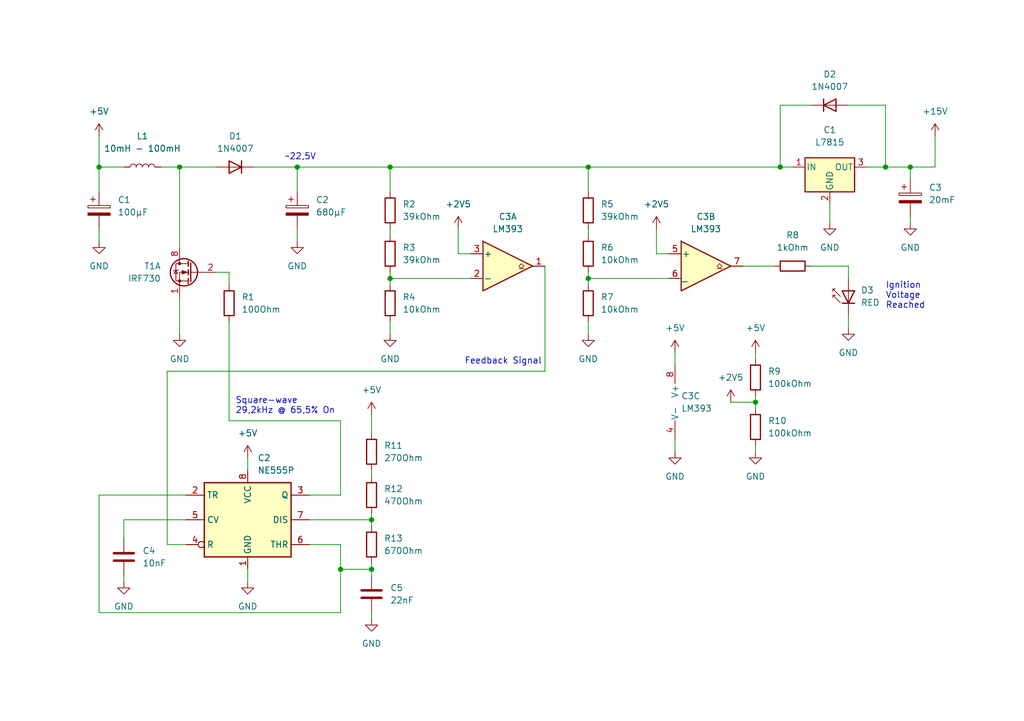
<source format=kicad_sch>
(kicad_sch (version 20211123) (generator eeschema)
  (paper "A5")
  (title_block (title "Ignition Voltage Generator") (date "2023-06-23") (rev "1") (comment 1 "Start-up-time: 11s") (comment 2 "Max. continues current: 22mA") (comment 3 "Idle current draw: 62mA") (comment 4 "5V-to-15V Step-up converter"))
  (lib_symbols
    (symbol "Comparator:LM393" (pin_names (offset 0.127))
      (property "Reference" "U" (at 3.81 3.81 0))
      (property "Value" "LM393" (at 6.35 -3.81 0))
      (symbol "LM393_1_1"
        (polyline (pts (xy -5.08 5.08) (xy 5.08 0) (xy -5.08 -5.08) (xy -5.08 5.08)) (stroke (width 0.254)) (fill (type background)))
        (polyline (pts (xy 3.302 -0.508) (xy 2.794 -0.508) (xy 3.302 0) (xy 2.794 0.508) (xy 2.286 0) (xy 2.794 -0.508) (xy 2.286 -0.508)) (stroke (width 0.127)))
        (pin open_collector line (at 7.62 0 180) (length 2.54) (name "~") (number "1"))
        (pin input line (at -7.62 -2.54 0) (length 2.54) (name "-") (number "2"))
        (pin input line (at -7.62 2.54 0) (length 2.54) (name "+") (number "3"))
      )
      (symbol "LM393_2_1"
        (polyline (pts (xy -5.08 5.08) (xy 5.08 0) (xy -5.08 -5.08) (xy -5.08 5.08)) (stroke (width 0.254)) (fill (type background)))
        (polyline (pts (xy 3.302 -0.508) (xy 2.794 -0.508) (xy 3.302 0) (xy 2.794 0.508) (xy 2.286 0) (xy 2.794 -0.508) (xy 2.286 -0.508)) (stroke (width 0.127)))
        (pin input line (at -7.62 2.54 0) (length 2.54) (name "+") (number "5"))
        (pin input line (at -7.62 -2.54 0) (length 2.54) (name "_") (number "6"))
        (pin open_collector line (at 7.62 0 180) (length 2.54) (name "~") (number "7"))
      )
      (symbol "LM393_3_1"
        (pin power_in line (at -2.54 -7.62 90) (length 3.81) (name "V-") (number "4"))
        (pin power_in line (at -2.54 7.62 270) (length 3.81) (name "V+") (number "8"))
      )
    )
    (symbol "Device:C" (pin_numbers hide) (pin_names (offset 0.254))
      (property "Reference" "C" (at 0.635 2.54 0))
      (property "Value" "C" (at 0.635 -2.54 0))
      (symbol "C_0_1"
        (polyline (pts (xy -2.032 -0.762) (xy 2.032 -0.762)) (stroke (width 0.508)))
        (polyline (pts (xy -2.032 0.762) (xy 2.032 0.762)) (stroke (width 0.508)))
      )
      (symbol "C_1_1"
        (pin passive line (at 0 3.81 270) (length 2.794) (name "~") (number "1"))
        (pin passive line (at 0 -3.81 90) (length 2.794) (name "~") (number "2"))
      )
    )
    (symbol "Device:C_Polarized" (pin_numbers hide) (pin_names (offset 0.254))
      (property "Reference" "C" (at 0.635 2.54 0))
      (property "Value" "C_Polarized" (at 0.635 -2.54 0))
      (symbol "C_Polarized_0_1"
        (rectangle (start -2.286 0.508) (end 2.286 1.016))
        (polyline (pts (xy -1.778 2.286) (xy -0.762 2.286)))
        (polyline (pts (xy -1.27 2.794) (xy -1.27 1.778)))
        (rectangle (start 2.286 -0.508) (end -2.286 -1.016) (fill (type outline)))
      )
      (symbol "C_Polarized_1_1"
        (pin passive line (at 0 3.81 270) (length 2.794) (name "~") (number "1"))
        (pin passive line (at 0 -3.81 90) (length 2.794) (name "~") (number "2"))
      )
    )
    (symbol "Device:L" (pin_numbers hide) (pin_names (offset 1.016) hide)
      (property "Reference" "L" (at -1.27 0 90))
      (property "Value" "L" (at 1.905 0 90))
      (symbol "L_0_1"
        (arc (start 0 -2.54) (mid 0.635 -1.905) (end 0 -1.27))
        (arc (start 0 -1.27) (mid 0.635 -0.635) (end 0 0))
        (arc (start 0 0) (mid 0.635 0.635) (end 0 1.27))
        (arc (start 0 1.27) (mid 0.635 1.905) (end 0 2.54))
      )
      (symbol "L_1_1"
        (pin passive line (at 0 3.81 270) (length 1.27) (name "1") (number "1"))
        (pin passive line (at 0 -3.81 90) (length 1.27) (name "2") (number "2"))
      )
    )
    (symbol "Device:R" (pin_numbers hide) (pin_names (offset 0))
      (property "Reference" "R" (at 2.032 0 90))
      (property "Value" "R" (at 0 0 90))
      (symbol "R_0_1"
        (rectangle (start -1.016 -2.54) (end 1.016 2.54) (stroke (width 0.254)))
      )
      (symbol "R_1_1"
        (pin passive line (at 0 3.81 270) (length 1.27) (name "~") (number "1"))
        (pin passive line (at 0 -3.81 90) (length 1.27) (name "~") (number "2"))
      )
    )
    (symbol "Diode:1N4007" (pin_numbers hide) (pin_names (offset 1.016) hide)
      (property "Reference" "D" (at 0 2.54 0))
      (property "Value" "1N4007" (at 0 -2.54 0))
      (symbol "1N4007_0_1"
        (polyline (pts (xy -1.27 1.27) (xy -1.27 -1.27)) (stroke (width 0.254)))
        (polyline (pts (xy 1.27 0) (xy -1.27 0)))
        (polyline (pts (xy 1.27 1.27) (xy 1.27 -1.27) (xy -1.27 0) (xy 1.27 1.27)) (stroke (width 0.254)))
      )
      (symbol "1N4007_1_1"
        (pin passive line (at -3.81 0 0) (length 2.54) (name "K") (number "1"))
        (pin passive line (at 3.81 0 180) (length 2.54) (name "A") (number "2"))
      )
    )
    (symbol "LED:CQY99" (pin_numbers hide) (pin_names (offset 1.016) hide)
      (property "Reference" "D" (at 0.508 1.778 0))
      (property "Value" "CQY99" (at -1.016 -2.794 0))
      (symbol "CQY99_0_1"
        (polyline (pts (xy -2.54 1.27) (xy -2.54 -1.27)) (stroke (width 0.254)))
        (polyline (pts (xy 0 0) (xy -2.54 0)))
        (polyline (pts (xy 0.381 3.175) (xy -0.127 3.175)))
        (polyline (pts (xy -1.143 1.651) (xy 0.381 3.175) (xy 0.381 2.667)))
        (polyline (pts (xy 0 -1.27) (xy -2.54 0) (xy 0 1.27) (xy 0 -1.27)) (stroke (width 0.254)))
        (polyline (pts (xy -2.413 1.651) (xy -0.889 3.175) (xy -0.889 2.667) (xy -0.889 3.175) (xy -1.397 3.175)))
      )
      (symbol "CQY99_1_1"
        (pin passive line (at -5.08 0 0) (length 2.54) (name "K") (number "1"))
        (pin passive line (at 2.54 0 180) (length 2.54) (name "A") (number "2"))
      )
    )
    (symbol "Regulator_Linear:L7815" (pin_names (offset 0.254))
      (property "Reference" "U" (at -3.81 3.175 0))
      (property "Value" "L7815" (at 0 3.175 0))
      (symbol "L7815_0_1"
        (rectangle (start -5.08 1.905) (end 5.08 -5.08) (stroke (width 0.254)) (fill (type background)))
      )
      (symbol "L7815_1_1"
        (pin power_in line (at -7.62 0 0) (length 2.54) (name "IN") (number "1"))
        (pin power_in line (at 0 -7.62 90) (length 2.54) (name "GND") (number "2"))
        (pin power_out line (at 7.62 0 180) (length 2.54) (name "OUT") (number "3"))
      )
    )
    (symbol "Timer:NE555P"
      (property "Reference" "U" (at -10.16 8.89 0))
      (property "Value" "NE555P" (at 2.54 8.89 0))
      (symbol "NE555P_0_0"
        (pin power_in line (at 0 -10.16 90) (length 2.54) (name "GND") (number "1"))
        (pin power_in line (at 0 10.16 270) (length 2.54) (name "VCC") (number "8"))
      )
      (symbol "NE555P_0_1"
        (rectangle (start -8.89 -7.62) (end 8.89 7.62) (stroke (width 0.254)) (fill (type background)))
        (rectangle (start -8.89 -7.62) (end 8.89 7.62) (stroke (width 0.254)) (fill (type background)))
      )
      (symbol "NE555P_1_1"
        (pin input line (at -12.7 5.08 0) (length 3.81) (name "TR") (number "2"))
        (pin output line (at 12.7 5.08 180) (length 3.81) (name "Q") (number "3"))
        (pin input inverted (at -12.7 -5.08 0) (length 3.81) (name "R") (number "4"))
        (pin input line (at -12.7 0 0) (length 3.81) (name "CV") (number "5"))
        (pin input line (at 12.7 -5.08 180) (length 3.81) (name "THR") (number "6"))
        (pin input line (at 12.7 0 180) (length 3.81) (name "DIS") (number "7"))
      )
    )
    (symbol "Transistor_FET:IRF7309IPBF" (pin_names hide)
      (property "Reference" "Q" (at 5.08 1.905 0))
      (property "Value" "IRF7309IPBF" (at 5.08 0 0))
      (symbol "IRF7309IPBF_0_1"
        (polyline (pts (xy 0.254 0) (xy -2.54 0)))
        (polyline (pts (xy 0.254 1.905) (xy 0.254 -1.905)) (stroke (width 0.254)))
        (polyline (pts (xy 0.762 -1.27) (xy 0.762 -2.286)) (stroke (width 0.254)))
        (polyline (pts (xy 0.762 0.508) (xy 0.762 -0.508)) (stroke (width 0.254)))
        (polyline (pts (xy 0.762 2.286) (xy 0.762 1.27)) (stroke (width 0.254)))
        (polyline (pts (xy 2.54 2.54) (xy 2.54 1.778)))
        (polyline (pts (xy 2.54 -2.54) (xy 2.54 0) (xy 0.762 0)))
        (polyline (pts (xy 0.762 -1.778) (xy 3.302 -1.778) (xy 3.302 1.778) (xy 0.762 1.778)))
        (circle (center 1.651 0) (radius 2.794) (stroke (width 0.254)))
        (circle (center 2.54 -1.778) (radius 0.254) (fill (type outline)))
        (circle (center 2.54 1.778) (radius 0.254) (fill (type outline)))
      )
      (symbol "IRF7309IPBF_1_1"
        (polyline (pts (xy 1.016 0) (xy 2.032 0.381) (xy 2.032 -0.381) (xy 1.016 0)) (fill (type outline)))
        (polyline (pts (xy 2.794 0.508) (xy 2.921 0.381) (xy 3.683 0.381) (xy 3.81 0.254)))
        (polyline (pts (xy 3.302 0.381) (xy 2.921 -0.254) (xy 3.683 -0.254) (xy 3.302 0.381)))
        (pin passive line (at 2.54 -5.08 90) (length 2.54) (name "S") (number "1"))
        (pin input line (at -5.08 0 0) (length 2.54) (name "G") (number "2"))
        (pin passive line (at 2.54 5.08 270) (length 2.54) hide (name "D") (number "7"))
        (pin passive line (at 2.54 5.08 270) (length 2.54) (name "D") (number "8"))
      )
      (symbol "IRF7309IPBF_2_1"
        (polyline (pts (xy 2.286 0) (xy 1.27 0.381) (xy 1.27 -0.381) (xy 2.286 0)) (fill (type outline)))
        (polyline (pts (xy 2.794 -0.508) (xy 2.921 -0.381) (xy 3.683 -0.381) (xy 3.81 -0.254)))
        (polyline (pts (xy 3.302 -0.381) (xy 2.921 0.254) (xy 3.683 0.254) (xy 3.302 -0.381)))
        (pin passive line (at 2.54 -5.08 90) (length 2.54) (name "1") (number "3"))
        (pin input line (at -5.08 0 0) (length 2.54) (name "G") (number "4"))
        (pin passive line (at 2.54 5.08 270) (length 2.54) hide (name "D") (number "5"))
        (pin passive line (at 2.54 5.08 270) (length 2.54) (name "D") (number "6"))
      )
    )
    (symbol "power:+15V" (power) (pin_names (offset 0))
      (property "Value" "+15V" (at 0 3.556 0))
      (symbol "+15V_0_1"
        (polyline (pts (xy -0.762 1.27) (xy 0 2.54)))
        (polyline (pts (xy 0 0) (xy 0 2.54)))
        (polyline (pts (xy 0 2.54) (xy 0.762 1.27)))
      )
      (symbol "+15V_1_1"
        (pin power_in line (at 0 0 90) (length 0) hide (name "+15V") (number "1"))
      )
    )
    (symbol "power:+2V5" (power) (pin_names (offset 0))
      (property "Value" "+2V5" (at 0 3.556 0))
      (symbol "+2V5_0_1"
        (polyline (pts (xy -0.762 1.27) (xy 0 2.54)))
        (polyline (pts (xy 0 0) (xy 0 2.54)))
        (polyline (pts (xy 0 2.54) (xy 0.762 1.27)))
      )
      (symbol "+2V5_1_1"
        (pin power_in line (at 0 0 90) (length 0) hide (name "+2V5") (number "1"))
      )
    )
    (symbol "power:+5V" (power) (pin_names (offset 0))
      (property "Value" "+5V" (at 0 3.556 0))
      (symbol "+5V_0_1"
        (polyline (pts (xy -0.762 1.27) (xy 0 2.54)))
        (polyline (pts (xy 0 0) (xy 0 2.54)))
        (polyline (pts (xy 0 2.54) (xy 0.762 1.27)))
      )
      (symbol "+5V_1_1"
        (pin power_in line (at 0 0 90) (length 0) hide (name "+5V") (number "1"))
      )
    )
    (symbol "power:GND" (power) (pin_names (offset 0))
      (property "Value" "GND" (at 0 -3.81 0))
      (symbol "GND_0_1"
        (polyline (pts (xy 0 0) (xy 0 -1.27) (xy 1.27 -1.27) (xy 0 -2.54) (xy -1.27 -1.27) (xy 0 -1.27)))
      )
      (symbol "GND_1_1"
        (pin power_in line (at 0 0 270) (length 0) hide (name "GND") (number "1"))
      )
    )
  )
  (junction (at 76.2 106.68))
  (junction (at 60.96 34.29))
  (junction (at 120.65 57.15))
  (junction (at 154.94 82.55))
  (junction (at 36.83 34.29))
  (junction (at 120.65 34.29))
  (junction (at 80.01 34.29))
  (junction (at 69.85 116.84))
  (junction (at 181.61 34.29))
  (junction (at 186.69 34.29))
  (junction (at 80.01 57.15))
  (junction (at 20.32 34.29))
  (junction (at 76.2 116.84))
  (junction (at 160.02 34.29))
  (wire (pts (xy 63.5 111.76) (xy 69.85 111.76)))
  (wire (pts (xy 63.5 106.68) (xy 76.2 106.68)))
  (wire (pts (xy 20.32 101.6) (xy 20.32 125.73)))
  (wire (pts (xy 173.99 21.59) (xy 181.61 21.59)))
  (wire (pts (xy 69.85 125.73) (xy 69.85 116.84)))
  (wire (pts (xy 111.76 76.2) (xy 34.29 76.2)))
  (wire (pts (xy 166.37 54.61) (xy 173.99 54.61)))
  (wire (pts (xy 120.65 55.88) (xy 120.65 57.15)))
  (wire (pts (xy 34.29 111.76) (xy 38.1 111.76)))
  (wire (pts (xy 60.96 46.99) (xy 60.96 49.53)))
  (wire (pts (xy 93.98 46.99) (xy 93.98 52.07)))
  (wire (pts (xy 46.99 55.88) (xy 46.99 58.42)))
  (wire (pts (xy 34.29 76.2) (xy 34.29 111.76)))
  (wire (pts (xy 50.8 93.98) (xy 50.8 96.52)))
  (wire (pts (xy 76.2 115.57) (xy 76.2 116.84)))
  (wire (pts (xy 76.2 105.41) (xy 76.2 106.68)))
  (wire (pts (xy 186.69 44.45) (xy 186.69 45.72)))
  (wire (pts (xy 50.8 116.84) (xy 50.8 119.38)))
  (wire (pts (xy 173.99 64.77) (xy 173.99 67.31)))
  (wire (pts (xy 120.65 39.37) (xy 120.65 34.29)))
  (wire (pts (xy 160.02 21.59) (xy 160.02 34.29)))
  (wire (pts (xy 36.83 34.29) (xy 44.45 34.29)))
  (wire (pts (xy 44.45 55.88) (xy 46.99 55.88)))
  (wire (pts (xy 76.2 116.84) (xy 76.2 118.11)))
  (wire (pts (xy 20.32 125.73) (xy 69.85 125.73)))
  (wire (pts (xy 154.94 82.55) (xy 149.86 82.55)))
  (wire (pts (xy 36.83 34.29) (xy 36.83 50.8)))
  (wire (pts (xy 80.01 55.88) (xy 80.01 57.15)))
  (wire (pts (xy 154.94 81.28) (xy 154.94 82.55)))
  (wire (pts (xy 80.01 34.29) (xy 120.65 34.29)))
  (wire (pts (xy 160.02 34.29) (xy 162.56 34.29)))
  (wire (pts (xy 69.85 86.36) (xy 46.99 86.36)))
  (wire (pts (xy 93.98 52.07) (xy 96.52 52.07)))
  (wire (pts (xy 52.07 34.29) (xy 60.96 34.29)))
  (wire (pts (xy 76.2 127) (xy 76.2 125.73)))
  (wire (pts (xy 33.02 34.29) (xy 36.83 34.29)))
  (wire (pts (xy 25.4 106.68) (xy 38.1 106.68)))
  (wire (pts (xy 154.94 72.39) (xy 154.94 73.66)))
  (wire (pts (xy 186.69 34.29) (xy 181.61 34.29)))
  (wire (pts (xy 69.85 101.6) (xy 69.85 86.36)))
  (wire (pts (xy 111.76 54.61) (xy 111.76 76.2)))
  (wire (pts (xy 20.32 27.94) (xy 20.32 34.29)))
  (wire (pts (xy 120.65 34.29) (xy 160.02 34.29)))
  (wire (pts (xy 138.43 90.17) (xy 138.43 92.71)))
  (wire (pts (xy 181.61 21.59) (xy 181.61 34.29)))
  (wire (pts (xy 76.2 85.09) (xy 76.2 88.9)))
  (wire (pts (xy 173.99 54.61) (xy 173.99 57.15)))
  (wire (pts (xy 177.8 34.29) (xy 181.61 34.29)))
  (wire (pts (xy 80.01 57.15) (xy 80.01 58.42)))
  (wire (pts (xy 170.18 41.91) (xy 170.18 45.72)))
  (wire (pts (xy 80.01 57.15) (xy 96.52 57.15)))
  (wire (pts (xy 46.99 86.36) (xy 46.99 66.04)))
  (wire (pts (xy 138.43 72.39) (xy 138.43 74.93)))
  (wire (pts (xy 76.2 106.68) (xy 76.2 107.95)))
  (wire (pts (xy 80.01 39.37) (xy 80.01 34.29)))
  (wire (pts (xy 69.85 111.76) (xy 69.85 116.84)))
  (wire (pts (xy 154.94 82.55) (xy 154.94 83.82)))
  (wire (pts (xy 186.69 34.29) (xy 186.69 36.83)))
  (wire (pts (xy 134.62 46.99) (xy 134.62 52.07)))
  (wire (pts (xy 80.01 46.99) (xy 80.01 48.26)))
  (wire (pts (xy 63.5 101.6) (xy 69.85 101.6)))
  (wire (pts (xy 166.37 21.59) (xy 160.02 21.59)))
  (wire (pts (xy 80.01 66.04) (xy 80.01 68.58)))
  (wire (pts (xy 152.4 54.61) (xy 158.75 54.61)))
  (wire (pts (xy 120.65 46.99) (xy 120.65 48.26)))
  (wire (pts (xy 120.65 57.15) (xy 137.16 57.15)))
  (wire (pts (xy 76.2 96.52) (xy 76.2 97.79)))
  (wire (pts (xy 20.32 34.29) (xy 25.4 34.29)))
  (wire (pts (xy 36.83 60.96) (xy 36.83 68.58)))
  (wire (pts (xy 25.4 118.11) (xy 25.4 119.38)))
  (wire (pts (xy 120.65 57.15) (xy 120.65 58.42)))
  (wire (pts (xy 20.32 46.99) (xy 20.32 49.53)))
  (wire (pts (xy 191.77 27.94) (xy 191.77 34.29)))
  (wire (pts (xy 20.32 34.29) (xy 20.32 39.37)))
  (wire (pts (xy 191.77 34.29) (xy 186.69 34.29)))
  (wire (pts (xy 134.62 52.07) (xy 137.16 52.07)))
  (wire (pts (xy 154.94 91.44) (xy 154.94 92.71)))
  (wire (pts (xy 60.96 34.29) (xy 80.01 34.29)))
  (wire (pts (xy 120.65 66.04) (xy 120.65 68.58)))
  (wire (pts (xy 38.1 101.6) (xy 20.32 101.6)))
  (wire (pts (xy 60.96 34.29) (xy 60.96 39.37)))
  (wire (pts (xy 69.85 116.84) (xy 76.2 116.84)))
  (wire (pts (xy 25.4 110.49) (xy 25.4 106.68)))
  (text "~22,5V" (at 58.42 33.02 0) (effects (font (size 1.27 1.27)) (justify left bottom)))
  (text "Ignition \nVoltage \nReached" (at 181.61 63.5 0) (effects (font (size 1.27 1.27)) (justify left bottom)))
  (text "Square-wave\n29,2kHz @ 65,5% On" (at 48.26 85.09 0) (effects (font (size 1.27 1.27)) (justify left bottom)))
  (text "Feedback Signal" (at 95.25 74.93 0) (effects (font (size 1.27 1.27)) (justify left bottom)))
  (symbol (lib_id "power:GND") (at 173.99 67.31 0) (unit 1)
    (property "Reference" "#PWR?" (effects hide))
    (property "Value" "GND" (at 173.99 72.39 0))
  )
  (symbol (lib_id "power:GND") (at 20.32 49.53 0) (unit 1)
    (property "Reference" "#PWR?" (effects hide))
    (property "Value" "GND" (at 20.32 54.61 0))
  )
  (symbol (lib_id "power:GND") (at 186.69 45.72 0) (unit 1)
    (property "Reference" "#PWR?" (effects hide))
    (property "Value" "GND" (at 186.69 50.8 0))
  )
  (symbol (lib_id "Device:R") (at 120.65 43.18 180) (unit 1)
    (property "Reference" "R5" (at 123.19 41.9099 0) (effects (justify right)))
    (property "Value" "39kOhm" (at 123.19 44.4499 0) (effects (justify right)))
  )
  (symbol (lib_id "power:GND") (at 170.18 45.72 0) (unit 1)
    (property "Reference" "#PWR?" (effects hide))
    (property "Value" "GND" (at 170.18 50.8 0))
  )
  (symbol (lib_id "Device:R") (at 76.2 111.76 180) (unit 1)
    (property "Reference" "R13" (at 78.74 110.4899 0) (effects (justify right)))
    (property "Value" "670Ohm" (at 78.74 113.0299 0) (effects (justify right)))
  )
  (symbol (lib_id "Comparator:LM393") (at 140.97 82.55 0) (unit 3)
    (property "Reference" "C3" (at 139.7 81.2799 0) (effects (justify left)))
    (property "Value" "LM393" (at 139.7 83.8199 0) (effects (justify left)))
    (property "Datasheet" "http://www.ti.com/lit/ds/symlink/lm393.pdf" (effects hide))
  )
  (symbol (lib_id "Comparator:LM393") (at 144.78 54.61 0) (unit 2)
    (property "Reference" "C3" (at 144.78 44.45 0))
    (property "Value" "LM393" (at 144.78 46.99 0))
    (property "Datasheet" "http://www.ti.com/lit/ds/symlink/lm393.pdf" (effects hide))
  )
  (symbol (lib_id "Diode:1N4007") (at 48.26 34.29 180) (unit 1)
    (property "Reference" "D1" (at 48.26 27.94 0))
    (property "Value" "1N4007" (at 48.26 30.48 0))
    (property "Footprint" "Diode_THT:D_DO-41_SOD81_P10.16mm_Horizontal" (effects hide))
    (property "Datasheet" "http://www.vishay.com/docs/88503/1n4001.pdf" (effects hide))
  )
  (symbol (lib_id "power:GND") (at 60.96 49.53 0) (unit 1)
    (property "Reference" "#PWR?" (effects hide))
    (property "Value" "GND" (at 60.96 54.61 0))
  )
  (symbol (lib_id "power:+2V5") (at 134.62 46.99 0) (unit 1)
    (property "Reference" "#PWR?" (effects hide))
    (property "Value" "+2V5" (at 134.62 41.91 0))
  )
  (symbol (lib_id "power:+15V") (at 191.77 27.94 0) (unit 1)
    (property "Reference" "#PWR?" (effects hide))
    (property "Value" "+15V" (at 191.77 22.86 0))
  )
  (symbol (lib_id "power:GND") (at 76.2 127 0) (unit 1)
    (property "Reference" "#PWR?" (effects hide))
    (property "Value" "GND" (at 76.2 132.08 0))
  )
  (symbol (lib_id "Device:C_Polarized") (at 20.32 43.18 0) (unit 1)
    (property "Reference" "C1" (at 24.13 41.0209 0) (effects (justify left)))
    (property "Value" "100µF" (at 24.13 43.5609 0) (effects (justify left)))
  )
  (symbol (lib_id "power:+2V5") (at 149.86 82.55 0) (unit 1)
    (property "Reference" "#PWR?" (effects hide))
    (property "Value" "+2V5" (at 149.86 77.47 0))
  )
  (symbol (lib_id "Device:R") (at 80.01 52.07 180) (unit 1)
    (property "Reference" "R3" (at 82.55 50.7999 0) (effects (justify right)))
    (property "Value" "39kOhm" (at 82.55 53.3399 0) (effects (justify right)))
  )
  (symbol (lib_id "Device:R") (at 120.65 62.23 180) (unit 1)
    (property "Reference" "R7" (at 123.19 60.9599 0) (effects (justify right)))
    (property "Value" "10kOhm" (at 123.19 63.4999 0) (effects (justify right)))
  )
  (symbol (lib_id "Timer:NE555P") (at 50.8 106.68 0) (unit 1)
    (property "Reference" "C2" (at 52.8194 93.98 0) (effects (justify left)))
    (property "Value" "NE555P" (at 52.8194 96.52 0) (effects (justify left)))
    (property "Footprint" "Package_DIP:DIP-8_W7.62mm" (effects hide))
    (property "Datasheet" "http://www.ti.com/lit/ds/symlink/ne555.pdf" (effects hide))
  )
  (symbol (lib_id "power:GND") (at 36.83 68.58 0) (unit 1)
    (property "Reference" "#PWR?" (effects hide))
    (property "Value" "GND" (at 36.83 73.66 0))
  )
  (symbol (lib_id "Device:R") (at 120.65 52.07 180) (unit 1)
    (property "Reference" "R6" (at 123.19 50.7999 0) (effects (justify right)))
    (property "Value" "10kOhm" (at 123.19 53.3399 0) (effects (justify right)))
  )
  (symbol (lib_id "power:+5V") (at 138.43 72.39 0) (unit 1)
    (property "Reference" "#PWR?" (effects hide))
    (property "Value" "+5V" (at 138.43 67.31 0))
  )
  (symbol (lib_id "Device:C") (at 25.4 114.3 0) (unit 1)
    (property "Reference" "C4" (at 29.21 113.0299 0) (effects (justify left)))
    (property "Value" "10nF" (at 29.21 115.5699 0) (effects (justify left)))
  )
  (symbol (lib_id "power:+2V5") (at 93.98 46.99 0) (unit 1)
    (property "Reference" "#PWR?" (effects hide))
    (property "Value" "+2V5" (at 93.98 41.91 0))
  )
  (symbol (lib_id "power:GND") (at 138.43 92.71 0) (unit 1)
    (property "Reference" "#PWR?" (effects hide))
    (property "Value" "GND" (at 138.43 97.79 0))
  )
  (symbol (lib_id "Transistor_FET:IRF7309IPBF") (at 39.37 55.88 0) (mirror y) (unit 1)
    (property "Reference" "T1" (at 33.02 54.6099 0) (effects (justify left)))
    (property "Value" "IRF730" (at 33.02 57.1499 0) (effects (justify left)))
    (property "Footprint" "Package_SO:SOIC-8_3.9x4.9mm_P1.27mm" (effects hide))
    (property "Datasheet" "http://www.irf.com/product-info/datasheets/data/irf7309ipbf.pdf" (effects hide))
  )
  (symbol (lib_id "power:GND") (at 154.94 92.71 0) (unit 1)
    (property "Reference" "#PWR?" (effects hide))
    (property "Value" "GND" (at 154.94 97.79 0))
  )
  (symbol (lib_id "power:GND") (at 80.01 68.58 0) (unit 1)
    (property "Reference" "#PWR?" (effects hide))
    (property "Value" "GND" (at 80.01 73.66 0))
  )
  (symbol (lib_id "power:GND") (at 25.4 119.38 0) (unit 1)
    (property "Reference" "#PWR?" (effects hide))
    (property "Value" "GND" (at 25.4 124.46 0))
  )
  (symbol (lib_id "power:+5V") (at 20.32 27.94 0) (unit 1)
    (property "Reference" "#PWR?" (effects hide))
    (property "Value" "+5V" (at 20.32 22.86 0))
  )
  (symbol (lib_id "power:+5V") (at 50.8 93.98 0) (unit 1)
    (property "Reference" "#PWR?" (effects hide))
    (property "Value" "+5V" (at 50.8 88.9 0))
  )
  (symbol (lib_id "Device:C") (at 76.2 121.92 0) (unit 1)
    (property "Reference" "C5" (at 80.01 120.6499 0) (effects (justify left)))
    (property "Value" "22nF" (at 80.01 123.1899 0) (effects (justify left)))
  )
  (symbol (lib_id "Comparator:LM393") (at 104.14 54.61 0) (unit 1)
    (property "Reference" "C3" (at 104.14 44.45 0))
    (property "Value" "LM393" (at 104.14 46.99 0))
    (property "Datasheet" "http://www.ti.com/lit/ds/symlink/lm393.pdf" (effects hide))
  )
  (symbol (lib_id "Device:R") (at 154.94 87.63 180) (unit 1)
    (property "Reference" "R10" (at 157.48 86.3599 0) (effects (justify right)))
    (property "Value" "100kOhm" (at 157.48 88.8999 0) (effects (justify right)))
  )
  (symbol (lib_id "Device:R") (at 162.56 54.61 270) (unit 1)
    (property "Reference" "R8" (at 162.56 48.26 90))
    (property "Value" "1kOhm" (at 162.56 50.8 90))
  )
  (symbol (lib_id "Device:L") (at 29.21 34.29 90) (unit 1)
    (property "Reference" "L1" (at 29.21 27.94 90))
    (property "Value" "10mH - 100mH" (at 29.21 30.48 90))
  )
  (symbol (lib_id "power:+5V") (at 154.94 72.39 0) (unit 1)
    (property "Reference" "#PWR?" (effects hide))
    (property "Value" "+5V" (at 154.94 67.31 0))
  )
  (symbol (lib_id "power:GND") (at 120.65 68.58 0) (unit 1)
    (property "Reference" "#PWR?" (effects hide))
    (property "Value" "GND" (at 120.65 73.66 0))
  )
  (symbol (lib_id "LED:CQY99") (at 173.99 59.69 90) (unit 1)
    (property "Reference" "D3" (at 176.53 59.5629 90) (effects (justify right)))
    (property "Value" "RED" (at 176.53 62.1029 90) (effects (justify right)))
    (property "Footprint" "LED_THT:LED_D5.0mm_IRGrey" (effects hide))
    (property "Datasheet" "https://www.prtice.info/IMG/pdf/CQY99.pdf" (effects hide))
  )
  (symbol (lib_id "Device:R") (at 76.2 92.71 180) (unit 1)
    (property "Reference" "R11" (at 78.74 91.4399 0) (effects (justify right)))
    (property "Value" "270Ohm" (at 78.74 93.9799 0) (effects (justify right)))
  )
  (symbol (lib_id "Device:R") (at 154.94 77.47 180) (unit 1)
    (property "Reference" "R9" (at 157.48 76.1999 0) (effects (justify right)))
    (property "Value" "100kOhm" (at 157.48 78.7399 0) (effects (justify right)))
  )
  (symbol (lib_id "power:+5V") (at 76.2 85.09 0) (unit 1)
    (property "Reference" "#PWR?" (effects hide))
    (property "Value" "+5V" (at 76.2 80.01 0))
  )
  (symbol (lib_id "Regulator_Linear:L7815") (at 170.18 34.29 0) (unit 1)
    (property "Reference" "C1" (at 170.18 26.67 0))
    (property "Value" "L7815" (at 170.18 29.21 0))
    (property "Datasheet" "http://www.st.com/content/ccc/resource/technical/document/datasheet/41/4f/b3/b0/12/d4/47/88/CD00000444.pdf/files/CD00000444.pdf/jcr:content/translations/en.CD00000444.pdf" (effects hide))
  )
  (symbol (lib_id "Device:R") (at 76.2 101.6 180) (unit 1)
    (property "Reference" "R12" (at 78.74 100.3299 0) (effects (justify right)))
    (property "Value" "470Ohm" (at 78.74 102.8699 0) (effects (justify right)))
  )
  (symbol (lib_id "Device:R") (at 46.99 62.23 180) (unit 1)
    (property "Reference" "R1" (at 49.53 60.9599 0) (effects (justify right)))
    (property "Value" "100Ohm" (at 49.53 63.4999 0) (effects (justify right)))
  )
  (symbol (lib_id "power:GND") (at 50.8 119.38 0) (unit 1)
    (property "Reference" "#PWR?" (effects hide))
    (property "Value" "GND" (at 50.8 124.46 0))
  )
  (symbol (lib_id "Diode:1N4007") (at 170.18 21.59 0) (unit 1)
    (property "Reference" "D2" (at 170.18 15.24 0))
    (property "Value" "1N4007" (at 170.18 17.78 0))
    (property "Footprint" "Diode_THT:D_DO-41_SOD81_P10.16mm_Horizontal" (effects hide))
    (property "Datasheet" "http://www.vishay.com/docs/88503/1n4001.pdf" (effects hide))
  )
  (symbol (lib_id "Device:C_Polarized") (at 186.69 40.64 0) (unit 1)
    (property "Reference" "C3" (at 190.5 38.4809 0) (effects (justify left)))
    (property "Value" "20mF" (at 190.5 41.0209 0) (effects (justify left)))
  )
  (symbol (lib_id "Device:R") (at 80.01 62.23 180) (unit 1)
    (property "Reference" "R4" (at 82.55 60.9599 0) (effects (justify right)))
    (property "Value" "10kOhm" (at 82.55 63.4999 0) (effects (justify right)))
  )
  (symbol (lib_id "Device:R") (at 80.01 43.18 180) (unit 1)
    (property "Reference" "R2" (at 82.55 41.9099 0) (effects (justify right)))
    (property "Value" "39kOhm" (at 82.55 44.4499 0) (effects (justify right)))
  )
  (symbol (lib_id "Device:C_Polarized") (at 60.96 43.18 0) (unit 1)
    (property "Reference" "C2" (at 64.77 41.0209 0) (effects (justify left)))
    (property "Value" "680µF" (at 64.77 43.5609 0) (effects (justify left)))
  )
)
</source>
